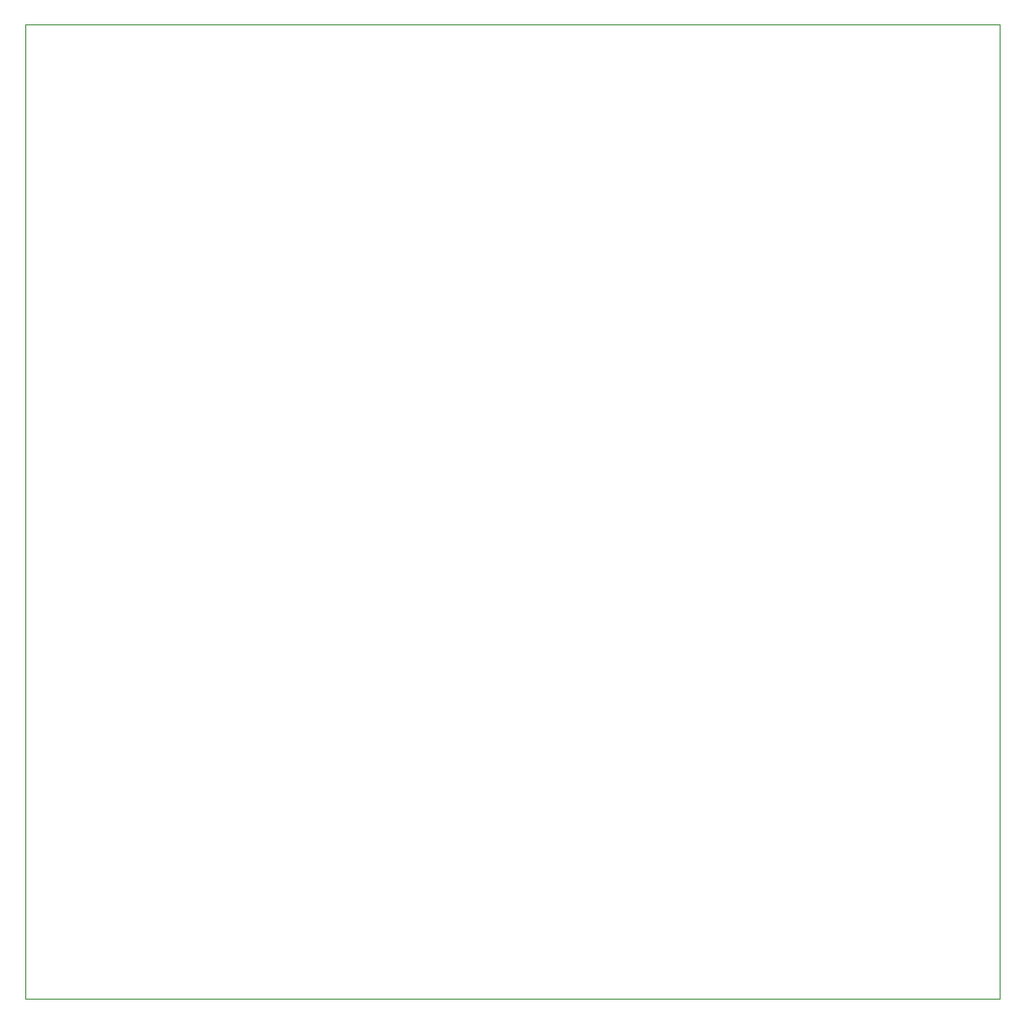
<source format=gm1>
G04 #@! TF.GenerationSoftware,KiCad,Pcbnew,7.0.8-7.0.8~ubuntu22.04.1*
G04 #@! TF.CreationDate,2024-01-26T15:53:44+01:00*
G04 #@! TF.ProjectId,shoulder,73686f75-6c64-4657-922e-6b696361645f,1.1*
G04 #@! TF.SameCoordinates,Original*
G04 #@! TF.FileFunction,Profile,NP*
%FSLAX46Y46*%
G04 Gerber Fmt 4.6, Leading zero omitted, Abs format (unit mm)*
G04 Created by KiCad (PCBNEW 7.0.8-7.0.8~ubuntu22.04.1) date 2024-01-26 15:53:44*
%MOMM*%
%LPD*%
G01*
G04 APERTURE LIST*
G04 #@! TA.AperFunction,Profile*
%ADD10C,0.100000*%
G04 #@! TD*
G04 APERTURE END LIST*
D10*
X61750000Y-14500000D02*
X149750000Y-14500000D01*
X149750000Y-102500000D01*
X61750000Y-102500000D01*
X61750000Y-14500000D01*
M02*

</source>
